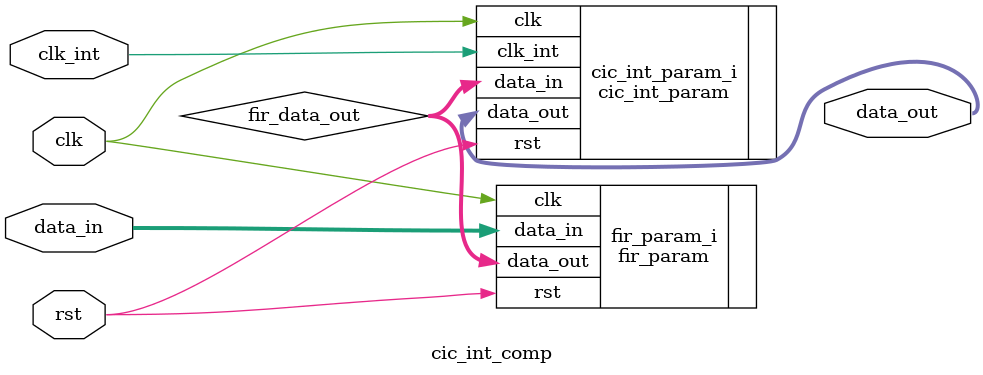
<source format=v>

`timescale 1ns / 1ps

module cic_int_comp
  #(
     parameter  NBits      = 16,                     //! Number of bits data signal
     parameter  NCoeff     = 86,                     //! Number of Coefficients FIR
     parameter  Coeff_File = "M86_coefficients.dat", //! Coefficients filename
     parameter  Width      = 20,                     //! Number of bits internal registers
     parameter  R          = 10,                     //! Interpolation ratio
     parameter  M          = 3,                      //! Number of delays
     parameter  N          = 3                       //! Number of sections
   )
   (
     clk,
     clk_int,
     rst,
     data_in,
     data_out
   );

  input                             clk;        //! Clock at frequency f_clk
  input                             clk_int;    //! Interpolation Clock (f_clk * R)
  input                             rst;        //! Reset
  input  wire signed  [NBits-1:0]   data_in;    //! Input data
  output wire signed  [NBits-1:0]   data_out;   //! Output data

  // --------------------------------------------------------------- //
  //********************** Wire Declarations ************************//
  // --------------------------------------------------------------- //
  wire signed [NBits-1:0]           fir_data_out;

  // --------------------------------------------------------------- //
  // ************************ Main Code  *************************** //
  // --------------------------------------------------------------- //

  fir_param #(
              // Parameters
              .NBits      (NBits),
              .NCoeff     (NCoeff),
              .Coeff_File (Coeff_File)
            ) fir_param_i (
              // Data Signals
              .data_out   (fir_data_out),
              .data_in    (data_in),
              // Control Signals
              .rst        (rst),
              .clk        (clk)
            );

  cic_int_param #(
                  // Parameters
                  .NBits      (NBits),
                  .Width      (Width),
                  .R          (R),
                  .M          (M),
                  .N          (N)
                ) cic_int_param_i (
                  // Control Signals
                  .rst        (rst),
                  .clk        (clk),
                  .clk_int    (clk_int),
                  // Data Signals
                  .data_in    (fir_data_out),
                  .data_out   (data_out)

                );


endmodule

</source>
